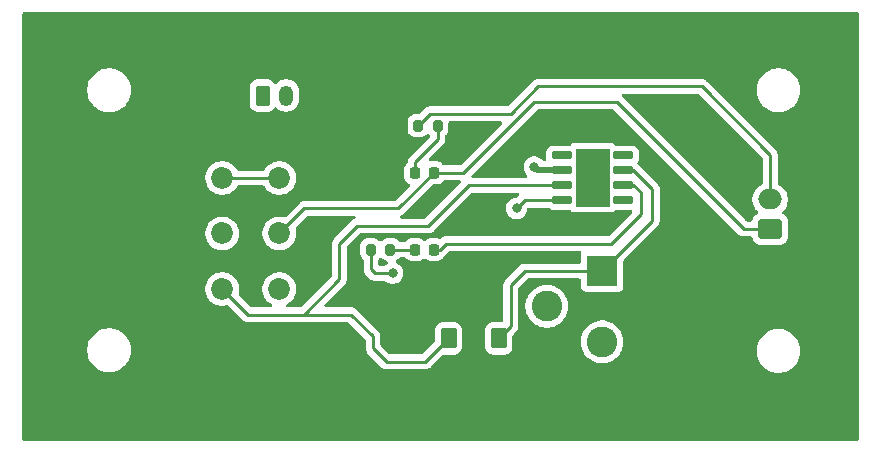
<source format=gtl>
%TF.GenerationSoftware,KiCad,Pcbnew,9.0.1*%
%TF.CreationDate,2025-06-05T12:59:15-07:00*%
%TF.ProjectId,chop_battery_board,63686f70-5f62-4617-9474-6572795f626f,rev?*%
%TF.SameCoordinates,Original*%
%TF.FileFunction,Copper,L1,Top*%
%TF.FilePolarity,Positive*%
%FSLAX46Y46*%
G04 Gerber Fmt 4.6, Leading zero omitted, Abs format (unit mm)*
G04 Created by KiCad (PCBNEW 9.0.1) date 2025-06-05 12:59:15*
%MOMM*%
%LPD*%
G01*
G04 APERTURE LIST*
G04 Aperture macros list*
%AMRoundRect*
0 Rectangle with rounded corners*
0 $1 Rounding radius*
0 $2 $3 $4 $5 $6 $7 $8 $9 X,Y pos of 4 corners*
0 Add a 4 corners polygon primitive as box body*
4,1,4,$2,$3,$4,$5,$6,$7,$8,$9,$2,$3,0*
0 Add four circle primitives for the rounded corners*
1,1,$1+$1,$2,$3*
1,1,$1+$1,$4,$5*
1,1,$1+$1,$6,$7*
1,1,$1+$1,$8,$9*
0 Add four rect primitives between the rounded corners*
20,1,$1+$1,$2,$3,$4,$5,0*
20,1,$1+$1,$4,$5,$6,$7,0*
20,1,$1+$1,$6,$7,$8,$9,0*
20,1,$1+$1,$8,$9,$2,$3,0*%
G04 Aperture macros list end*
%TA.AperFunction,SMDPad,CuDef*%
%ADD10RoundRect,0.218750X-0.218750X-0.256250X0.218750X-0.256250X0.218750X0.256250X-0.218750X0.256250X0*%
%TD*%
%TA.AperFunction,SMDPad,CuDef*%
%ADD11RoundRect,0.200000X-0.200000X-0.275000X0.200000X-0.275000X0.200000X0.275000X-0.200000X0.275000X0*%
%TD*%
%TA.AperFunction,SMDPad,CuDef*%
%ADD12RoundRect,0.150000X-0.737500X-0.150000X0.737500X-0.150000X0.737500X0.150000X-0.737500X0.150000X0*%
%TD*%
%TA.AperFunction,HeatsinkPad*%
%ADD13R,2.950000X4.900000*%
%TD*%
%TA.AperFunction,SMDPad,CuDef*%
%ADD14RoundRect,0.180556X-0.469444X-0.699444X0.469444X-0.699444X0.469444X0.699444X-0.469444X0.699444X0*%
%TD*%
%TA.AperFunction,ComponentPad*%
%ADD15C,1.850000*%
%TD*%
%TA.AperFunction,ComponentPad*%
%ADD16R,2.600000X2.600000*%
%TD*%
%TA.AperFunction,ComponentPad*%
%ADD17C,2.600000*%
%TD*%
%TA.AperFunction,ComponentPad*%
%ADD18RoundRect,0.250000X0.750000X-0.600000X0.750000X0.600000X-0.750000X0.600000X-0.750000X-0.600000X0*%
%TD*%
%TA.AperFunction,ComponentPad*%
%ADD19O,2.000000X1.700000*%
%TD*%
%TA.AperFunction,ComponentPad*%
%ADD20RoundRect,0.250000X-0.350000X-0.625000X0.350000X-0.625000X0.350000X0.625000X-0.350000X0.625000X0*%
%TD*%
%TA.AperFunction,ComponentPad*%
%ADD21O,1.200000X1.750000*%
%TD*%
%TA.AperFunction,ViaPad*%
%ADD22C,0.800000*%
%TD*%
%TA.AperFunction,Conductor*%
%ADD23C,0.250000*%
%TD*%
%TA.AperFunction,Conductor*%
%ADD24C,0.500000*%
%TD*%
G04 APERTURE END LIST*
D10*
%TO.P,D2,1,K*%
%TO.N,Net-(D2-K)*%
X173425000Y-117000000D03*
%TO.P,D2,2,A*%
%TO.N,Net-(D2-A)*%
X175000000Y-117000000D03*
%TD*%
%TO.P,D3,1,K*%
%TO.N,Net-(D3-K)*%
X173425000Y-123500000D03*
%TO.P,D3,2,A*%
%TO.N,Net-(D3-A)*%
X175000000Y-123500000D03*
%TD*%
D11*
%TO.P,R4,1*%
%TO.N,GND*%
X169675000Y-123500000D03*
%TO.P,R4,2*%
%TO.N,Net-(D3-K)*%
X171325000Y-123500000D03*
%TD*%
%TO.P,R3,1*%
%TO.N,GND*%
X173675000Y-113000000D03*
%TO.P,R3,2*%
%TO.N,Net-(D2-K)*%
X175325000Y-113000000D03*
%TD*%
D12*
%TO.P,U1,1,OFFSET_N1*%
%TO.N,unconnected-(U1-OFFSET_N1-Pad1)*%
X185875000Y-115500000D03*
%TO.P,U1,2,IN-*%
%TO.N,Net-(J13-Pin_2)*%
X185875000Y-116770000D03*
%TO.P,U1,3,IN+*%
%TO.N,Net-(U1-IN+)*%
X185875000Y-118040000D03*
%TO.P,U1,4,VCC-*%
%TO.N,GND*%
X185875000Y-119310000D03*
%TO.P,U1,5,OFFSET_N2*%
%TO.N,unconnected-(U1-OFFSET_N2-Pad5)*%
X191000000Y-119310000D03*
%TO.P,U1,6,OUT*%
%TO.N,Net-(D3-A)*%
X191000000Y-118040000D03*
%TO.P,U1,7,VCC+*%
%TO.N,/ChargerVoltage*%
X191000000Y-116770000D03*
%TO.P,U1,8,NC*%
%TO.N,unconnected-(U1-NC-Pad8)*%
X191000000Y-115500000D03*
D13*
%TO.P,U1,9*%
%TO.N,N/C*%
X188437500Y-117405000D03*
%TD*%
D14*
%TO.P,D1,1*%
%TO.N,Net-(U1-IN+)*%
X176240000Y-131000000D03*
%TO.P,D1,2*%
%TO.N,/ChargerVoltage*%
X180500000Y-131000000D03*
%TD*%
D15*
%TO.P,SW1,1,A*%
%TO.N,Net-(SW1-A-Pad1)*%
X157085000Y-117429706D03*
%TO.P,SW1,2,B*%
%TO.N,Net-(J13-Pin_2)*%
X157085000Y-122129706D03*
%TO.P,SW1,3,C*%
%TO.N,Net-(U1-IN+)*%
X157085000Y-126829706D03*
%TO.P,SW1,4,A*%
%TO.N,GND*%
X161915000Y-126829706D03*
%TO.P,SW1,5,B*%
%TO.N,Net-(D2-A)*%
X161915000Y-122129706D03*
%TO.P,SW1,6,C*%
%TO.N,Net-(SW1-A-Pad1)*%
X161915000Y-117429706D03*
%TD*%
D16*
%TO.P,J1,1*%
%TO.N,/ChargerVoltage*%
X189250000Y-125300000D03*
D17*
%TO.P,J1,2*%
%TO.N,GND*%
X189250000Y-131300000D03*
%TO.P,J1,3*%
%TO.N,N/C*%
X184550000Y-128300000D03*
%TD*%
D18*
%TO.P,J14,1,Pin_1*%
%TO.N,Net-(D2-A)*%
X203467500Y-121750000D03*
D19*
%TO.P,J14,2,Pin_2*%
%TO.N,GND*%
X203467500Y-119250000D03*
%TD*%
D20*
%TO.P,J13,1,Pin_1*%
%TO.N,GND*%
X160500000Y-110450000D03*
D21*
%TO.P,J13,2,Pin_2*%
%TO.N,Net-(J13-Pin_2)*%
X162500000Y-110450000D03*
%TD*%
D22*
%TO.N,GND*%
X182000000Y-120000000D03*
X171500000Y-125500000D03*
%TO.N,Net-(J13-Pin_2)*%
X183500000Y-116500000D03*
%TD*%
D23*
%TO.N,GND*%
X169675000Y-125175000D02*
X169675000Y-123500000D01*
X182690000Y-119310000D02*
X185875000Y-119310000D01*
X171500000Y-125500000D02*
X170000000Y-125500000D01*
X170000000Y-125500000D02*
X169675000Y-125175000D01*
X182000000Y-120000000D02*
X182690000Y-119310000D01*
D24*
%TO.N,Net-(J13-Pin_2)*%
X183770000Y-116770000D02*
X183500000Y-116500000D01*
X185875000Y-116770000D02*
X183770000Y-116770000D01*
D23*
%TO.N,Net-(D2-K)*%
X175325000Y-114175000D02*
X175325000Y-113000000D01*
X173425000Y-117000000D02*
X173425000Y-116075000D01*
X173425000Y-116075000D02*
X175325000Y-114175000D01*
%TO.N,Net-(D2-A)*%
X172000000Y-120000000D02*
X164044706Y-120000000D01*
X164044706Y-120000000D02*
X161915000Y-122129706D01*
X175000000Y-117000000D02*
X172000000Y-120000000D01*
%TO.N,Net-(D3-A)*%
X190000000Y-123000000D02*
X176000000Y-123000000D01*
X192500000Y-120500000D02*
X190000000Y-123000000D01*
X175500000Y-123500000D02*
X175000000Y-123500000D01*
X191000000Y-118040000D02*
X191887499Y-118040000D01*
X176000000Y-123000000D02*
X175500000Y-123500000D01*
X192500000Y-118652501D02*
X192500000Y-120500000D01*
X191887499Y-118040000D02*
X192500000Y-118652501D01*
%TO.N,Net-(SW1-A-Pad1)*%
X157085000Y-117429706D02*
X161915000Y-117429706D01*
%TO.N,/ChargerVoltage*%
X193500000Y-118382501D02*
X191887499Y-116770000D01*
X189250000Y-125300000D02*
X193500000Y-121050000D01*
X193500000Y-121050000D02*
X193500000Y-118382501D01*
X191887499Y-116770000D02*
X191000000Y-116770000D01*
X181500000Y-126500000D02*
X182700000Y-125300000D01*
X180500000Y-131000000D02*
X181500000Y-130000000D01*
X181500000Y-130000000D02*
X181500000Y-126500000D01*
X182700000Y-125300000D02*
X189250000Y-125300000D01*
%TO.N,Net-(D3-K)*%
X173425000Y-123500000D02*
X171325000Y-123500000D01*
%TO.N,Net-(U1-IN+)*%
X167000000Y-123000000D02*
X167000000Y-126000000D01*
X167000000Y-126000000D02*
X164000000Y-129000000D01*
X171000000Y-133000000D02*
X169850000Y-131850000D01*
X174500000Y-121500000D02*
X168500000Y-121500000D01*
X185875000Y-118040000D02*
X177960000Y-118040000D01*
X168500000Y-121500000D02*
X167000000Y-123000000D01*
X169850000Y-130850000D02*
X169850000Y-131850000D01*
X159255294Y-129000000D02*
X164000000Y-129000000D01*
X164000000Y-129000000D02*
X168000000Y-129000000D01*
X157085000Y-126829706D02*
X159255294Y-129000000D01*
X174240000Y-133000000D02*
X171000000Y-133000000D01*
X168000000Y-129000000D02*
X169850000Y-130850000D01*
X177960000Y-118040000D02*
X174500000Y-121500000D01*
X176240000Y-131000000D02*
X174240000Y-133000000D01*
%TO.N,Net-(D2-A)*%
X175000000Y-117000000D02*
X177500000Y-117000000D01*
X201250000Y-121750000D02*
X203016500Y-121750000D01*
X177500000Y-117000000D02*
X183500000Y-111000000D01*
X183500000Y-111000000D02*
X190500000Y-111000000D01*
X190500000Y-111000000D02*
X201250000Y-121750000D01*
%TO.N,GND*%
X173675000Y-113000000D02*
X174675000Y-112000000D01*
X174675000Y-112000000D02*
X181500000Y-112000000D01*
X181500000Y-112000000D02*
X183826000Y-109674000D01*
X183826000Y-109674000D02*
X197674000Y-109674000D01*
X197674000Y-109674000D02*
X203467500Y-115467500D01*
X203467500Y-115467500D02*
X203467500Y-119250000D01*
%TD*%
%TA.AperFunction,NonConductor*%
G36*
X210948408Y-103420233D02*
G01*
X211002946Y-103474771D01*
X211022908Y-103549271D01*
X211022908Y-139530271D01*
X211002946Y-139604771D01*
X210948408Y-139659309D01*
X210873908Y-139679271D01*
X140316908Y-139679271D01*
X140242408Y-139659309D01*
X140187870Y-139604771D01*
X140167908Y-139530271D01*
X140167908Y-131878706D01*
X145649500Y-131878706D01*
X145649500Y-132121293D01*
X145681160Y-132361781D01*
X145681161Y-132361787D01*
X145681162Y-132361789D01*
X145686175Y-132380499D01*
X145743947Y-132596103D01*
X145836778Y-132820216D01*
X145893398Y-132918284D01*
X145958064Y-133030289D01*
X146105735Y-133222738D01*
X146277262Y-133394265D01*
X146469711Y-133541936D01*
X146679788Y-133663224D01*
X146903900Y-133756054D01*
X147138211Y-133818838D01*
X147138217Y-133818838D01*
X147138218Y-133818839D01*
X147203600Y-133827446D01*
X147378712Y-133850500D01*
X147621288Y-133850500D01*
X147861789Y-133818838D01*
X148096100Y-133756054D01*
X148320212Y-133663224D01*
X148530289Y-133541936D01*
X148722738Y-133394265D01*
X148894265Y-133222738D01*
X149041936Y-133030289D01*
X149163224Y-132820212D01*
X149256054Y-132596100D01*
X149318838Y-132361789D01*
X149350500Y-132121288D01*
X149350500Y-131878712D01*
X149318838Y-131638211D01*
X149256054Y-131403900D01*
X149163224Y-131179788D01*
X149041936Y-130969711D01*
X148894265Y-130777262D01*
X148722738Y-130605735D01*
X148530289Y-130458064D01*
X148458776Y-130416776D01*
X148320216Y-130336778D01*
X148320214Y-130336777D01*
X148320212Y-130336776D01*
X148188932Y-130282398D01*
X148096103Y-130243947D01*
X148096101Y-130243946D01*
X148096100Y-130243946D01*
X147861789Y-130181162D01*
X147861787Y-130181161D01*
X147861781Y-130181160D01*
X147621293Y-130149500D01*
X147621288Y-130149500D01*
X147378712Y-130149500D01*
X147378706Y-130149500D01*
X147138218Y-130181160D01*
X146903896Y-130243947D01*
X146679783Y-130336778D01*
X146469712Y-130458063D01*
X146469711Y-130458064D01*
X146277262Y-130605735D01*
X146277260Y-130605736D01*
X146277256Y-130605740D01*
X146105740Y-130777256D01*
X146105736Y-130777260D01*
X146105735Y-130777262D01*
X146044354Y-130857256D01*
X145958063Y-130969712D01*
X145836778Y-131179783D01*
X145743947Y-131403896D01*
X145681160Y-131638218D01*
X145649500Y-131878706D01*
X140167908Y-131878706D01*
X140167908Y-126717517D01*
X155659500Y-126717517D01*
X155659500Y-126941895D01*
X155694600Y-127163511D01*
X155717712Y-127234643D01*
X155763937Y-127376910D01*
X155827646Y-127501943D01*
X155865803Y-127576831D01*
X155997689Y-127758357D01*
X156156349Y-127917017D01*
X156337875Y-128048903D01*
X156423910Y-128092740D01*
X156537795Y-128150768D01*
X156537797Y-128150768D01*
X156537798Y-128150769D01*
X156751195Y-128220106D01*
X156972811Y-128255206D01*
X156972816Y-128255206D01*
X157197184Y-128255206D01*
X157197189Y-128255206D01*
X157418805Y-128220106D01*
X157461786Y-128206139D01*
X157538808Y-128202101D01*
X157607530Y-128237115D01*
X157613191Y-128242487D01*
X158765690Y-129394986D01*
X158765697Y-129394994D01*
X158769436Y-129398733D01*
X158856561Y-129485858D01*
X158856564Y-129485860D01*
X158959000Y-129554306D01*
X158959004Y-129554308D01*
X158959008Y-129554311D01*
X158959009Y-129554311D01*
X158959012Y-129554313D01*
X158989716Y-129567030D01*
X159072842Y-129601463D01*
X159133265Y-129613481D01*
X159193687Y-129625500D01*
X159193688Y-129625500D01*
X163938393Y-129625500D01*
X163938394Y-129625500D01*
X167679192Y-129625500D01*
X167753692Y-129645462D01*
X167784551Y-129669141D01*
X169180859Y-131065449D01*
X169219423Y-131132244D01*
X169224500Y-131170808D01*
X169224500Y-131911607D01*
X169248536Y-132032449D01*
X169248539Y-132032458D01*
X169295686Y-132146281D01*
X169295691Y-132146292D01*
X169324511Y-132189422D01*
X169329915Y-132197509D01*
X169364142Y-132248733D01*
X169451267Y-132335858D01*
X169451269Y-132335859D01*
X170601267Y-133485858D01*
X170601270Y-133485860D01*
X170703711Y-133554310D01*
X170703713Y-133554311D01*
X170703715Y-133554312D01*
X170770397Y-133581932D01*
X170817548Y-133601463D01*
X170837597Y-133605451D01*
X170938394Y-133625501D01*
X170938395Y-133625501D01*
X171068956Y-133625501D01*
X171068976Y-133625500D01*
X174301603Y-133625500D01*
X174301607Y-133625500D01*
X174362029Y-133613481D01*
X174422452Y-133601463D01*
X174455792Y-133587652D01*
X174536286Y-133554312D01*
X174587505Y-133520087D01*
X174587509Y-133520085D01*
X174638727Y-133485862D01*
X174638730Y-133485860D01*
X174638733Y-133485858D01*
X174725858Y-133398733D01*
X174725858Y-133398731D01*
X174734344Y-133390246D01*
X174734350Y-133390239D01*
X175700449Y-132424140D01*
X175767244Y-132385576D01*
X175805808Y-132380499D01*
X176764479Y-132380499D01*
X176764486Y-132380499D01*
X176833109Y-132374264D01*
X176833114Y-132374262D01*
X176833116Y-132374262D01*
X176896412Y-132354538D01*
X176991011Y-132325060D01*
X177132549Y-132239498D01*
X177249498Y-132122549D01*
X177335060Y-131981011D01*
X177384264Y-131823109D01*
X177390500Y-131754487D01*
X177390499Y-130245514D01*
X177384264Y-130176891D01*
X177378325Y-130157833D01*
X177335062Y-130018996D01*
X177335060Y-130018989D01*
X177249498Y-129877451D01*
X177132549Y-129760502D01*
X176991011Y-129674940D01*
X176991003Y-129674937D01*
X176991002Y-129674937D01*
X176833113Y-129625736D01*
X176808155Y-129623468D01*
X176764487Y-129619500D01*
X176764480Y-129619500D01*
X175715519Y-129619500D01*
X175646890Y-129625736D01*
X175646883Y-129625737D01*
X175488996Y-129674937D01*
X175488991Y-129674939D01*
X175488989Y-129674940D01*
X175488986Y-129674942D01*
X175347450Y-129760502D01*
X175230502Y-129877450D01*
X175190630Y-129943408D01*
X175144940Y-130018989D01*
X175144938Y-130018993D01*
X175144937Y-130018997D01*
X175095736Y-130176886D01*
X175095230Y-130182460D01*
X175089643Y-130243947D01*
X175089500Y-130245516D01*
X175089500Y-131204191D01*
X175069538Y-131278691D01*
X175045859Y-131309550D01*
X174024551Y-132330859D01*
X173957756Y-132369423D01*
X173919192Y-132374500D01*
X171320809Y-132374500D01*
X171246309Y-132354538D01*
X171215450Y-132330859D01*
X170519141Y-131634550D01*
X170480577Y-131567755D01*
X170475500Y-131529191D01*
X170475500Y-130788393D01*
X170461897Y-130720007D01*
X170451463Y-130667548D01*
X170425859Y-130605735D01*
X170404312Y-130553714D01*
X170358971Y-130485858D01*
X170335858Y-130451267D01*
X170248733Y-130364142D01*
X170245001Y-130360410D01*
X170244986Y-130360396D01*
X168489539Y-128604949D01*
X168485860Y-128601270D01*
X168485858Y-128601267D01*
X168398733Y-128514142D01*
X168347509Y-128479915D01*
X168339660Y-128474670D01*
X168296290Y-128445690D01*
X168296287Y-128445688D01*
X168262946Y-128431878D01*
X168215792Y-128412347D01*
X168182452Y-128398537D01*
X168182450Y-128398536D01*
X168122029Y-128386518D01*
X168122029Y-128386517D01*
X168061608Y-128374500D01*
X168061607Y-128374500D01*
X168061606Y-128374500D01*
X165869808Y-128374500D01*
X165795308Y-128354538D01*
X165740770Y-128300000D01*
X165720808Y-128225500D01*
X165740770Y-128151000D01*
X165764449Y-128120141D01*
X166382647Y-127501943D01*
X167485858Y-126398733D01*
X167554312Y-126296285D01*
X167594416Y-126199464D01*
X167601463Y-126182452D01*
X167613731Y-126120775D01*
X167625501Y-126061606D01*
X167625501Y-125938393D01*
X167625501Y-125932251D01*
X167625500Y-125932225D01*
X167625500Y-123320808D01*
X167645462Y-123246308D01*
X167669141Y-123215449D01*
X168715450Y-122169141D01*
X168782245Y-122130577D01*
X168820809Y-122125500D01*
X174561603Y-122125500D01*
X174561607Y-122125500D01*
X174622029Y-122113481D01*
X174682452Y-122101463D01*
X174715792Y-122087652D01*
X174778857Y-122061530D01*
X174796277Y-122054316D01*
X174796278Y-122054315D01*
X174796286Y-122054312D01*
X174851352Y-122017517D01*
X174898733Y-121985858D01*
X174985858Y-121898733D01*
X174985859Y-121898731D01*
X174994344Y-121890246D01*
X174994349Y-121890239D01*
X178175449Y-118709141D01*
X178242244Y-118670577D01*
X178280808Y-118665500D01*
X182090191Y-118665500D01*
X182109139Y-118670577D01*
X182128755Y-118670577D01*
X182145742Y-118680384D01*
X182164691Y-118685462D01*
X182178562Y-118699333D01*
X182195550Y-118709141D01*
X182205357Y-118726128D01*
X182219229Y-118740000D01*
X182224306Y-118758948D01*
X182234114Y-118775936D01*
X182234114Y-118795552D01*
X182239191Y-118814500D01*
X182234114Y-118833447D01*
X182234114Y-118853064D01*
X182224306Y-118870051D01*
X182219229Y-118889000D01*
X182195550Y-118919859D01*
X182059550Y-119055859D01*
X181992755Y-119094423D01*
X181954191Y-119099500D01*
X181911309Y-119099500D01*
X181737336Y-119134105D01*
X181737332Y-119134106D01*
X181573453Y-119201986D01*
X181573451Y-119201987D01*
X181425968Y-119300533D01*
X181425963Y-119300537D01*
X181300537Y-119425963D01*
X181300533Y-119425968D01*
X181201987Y-119573451D01*
X181201986Y-119573453D01*
X181134106Y-119737332D01*
X181134105Y-119737336D01*
X181099500Y-119911308D01*
X181099500Y-120088691D01*
X181134105Y-120262663D01*
X181134106Y-120262667D01*
X181201986Y-120426546D01*
X181201987Y-120426548D01*
X181287357Y-120554312D01*
X181300536Y-120574035D01*
X181425965Y-120699464D01*
X181425968Y-120699466D01*
X181573451Y-120798012D01*
X181573453Y-120798013D01*
X181737334Y-120865894D01*
X181911309Y-120900500D01*
X182088691Y-120900500D01*
X182262666Y-120865894D01*
X182426547Y-120798013D01*
X182574035Y-120699464D01*
X182699464Y-120574035D01*
X182798013Y-120426547D01*
X182865894Y-120262666D01*
X182900500Y-120088691D01*
X182900500Y-120084500D01*
X182901153Y-120082061D01*
X182901218Y-120081406D01*
X182901326Y-120081416D01*
X182920462Y-120010000D01*
X182975000Y-119955462D01*
X183049500Y-119935500D01*
X184631336Y-119935500D01*
X184705836Y-119955462D01*
X184728078Y-119972529D01*
X184728229Y-119972336D01*
X184735631Y-119978077D01*
X184735635Y-119978081D01*
X184877102Y-120061744D01*
X185034928Y-120107597D01*
X185034927Y-120107597D01*
X185034931Y-120107598D01*
X185071806Y-120110500D01*
X186453979Y-120110500D01*
X186528479Y-120130462D01*
X186573259Y-120170207D01*
X186604952Y-120212544D01*
X186604955Y-120212547D01*
X186720166Y-120298795D01*
X186720170Y-120298797D01*
X186855017Y-120349091D01*
X186914614Y-120355499D01*
X186914618Y-120355499D01*
X186914627Y-120355500D01*
X189960372Y-120355499D01*
X190019983Y-120349091D01*
X190116644Y-120313039D01*
X190154829Y-120298797D01*
X190154833Y-120298795D01*
X190225031Y-120246244D01*
X190270046Y-120212546D01*
X190301741Y-120170206D01*
X190362367Y-120122530D01*
X190421021Y-120110500D01*
X191645192Y-120110500D01*
X191719692Y-120130462D01*
X191774230Y-120185000D01*
X191794192Y-120259500D01*
X191774230Y-120334000D01*
X191750551Y-120364859D01*
X189784551Y-122330859D01*
X189717756Y-122369423D01*
X189679192Y-122374500D01*
X175938392Y-122374500D01*
X175877970Y-122386517D01*
X175877971Y-122386518D01*
X175817548Y-122398536D01*
X175817546Y-122398537D01*
X175773809Y-122416653D01*
X175773796Y-122416658D01*
X175770397Y-122418067D01*
X175703715Y-122445688D01*
X175703714Y-122445689D01*
X175682402Y-122459929D01*
X175682394Y-122459933D01*
X175618244Y-122502798D01*
X175601267Y-122514142D01*
X175601264Y-122514145D01*
X175592152Y-122523257D01*
X175525356Y-122561818D01*
X175448228Y-122561816D01*
X175439930Y-122559331D01*
X175365189Y-122534565D01*
X175365187Y-122534564D01*
X175329457Y-122530914D01*
X175266674Y-122524500D01*
X174733326Y-122524500D01*
X174670543Y-122530914D01*
X174634813Y-122534564D01*
X174475213Y-122587451D01*
X174475212Y-122587451D01*
X174332108Y-122675719D01*
X174317856Y-122689971D01*
X174251061Y-122728534D01*
X174173932Y-122728532D01*
X174107144Y-122689971D01*
X174092892Y-122675720D01*
X174092891Y-122675719D01*
X173949787Y-122587451D01*
X173790186Y-122534564D01*
X173790187Y-122534564D01*
X173754457Y-122530914D01*
X173691674Y-122524500D01*
X173158326Y-122524500D01*
X173095543Y-122530914D01*
X173059813Y-122534564D01*
X172900213Y-122587451D01*
X172900212Y-122587451D01*
X172757110Y-122675718D01*
X172638218Y-122794609D01*
X172632597Y-122803723D01*
X172606075Y-122828744D01*
X172580282Y-122854538D01*
X172578122Y-122855116D01*
X172576496Y-122856651D01*
X172505782Y-122874500D01*
X172215702Y-122874500D01*
X172141202Y-122854538D01*
X172088190Y-122802582D01*
X172080472Y-122789815D01*
X171960184Y-122669527D01*
X171847271Y-122601269D01*
X171814606Y-122581522D01*
X171751372Y-122561818D01*
X171652196Y-122530914D01*
X171581616Y-122524500D01*
X171068384Y-122524500D01*
X171006626Y-122530112D01*
X170997803Y-122530914D01*
X170835396Y-122581521D01*
X170835394Y-122581521D01*
X170835394Y-122581522D01*
X170812516Y-122595352D01*
X170689815Y-122669527D01*
X170605359Y-122753984D01*
X170538564Y-122792548D01*
X170461436Y-122792548D01*
X170394641Y-122753984D01*
X170310184Y-122669527D01*
X170197271Y-122601269D01*
X170164606Y-122581522D01*
X170101372Y-122561818D01*
X170002196Y-122530914D01*
X169931616Y-122524500D01*
X169418384Y-122524500D01*
X169356626Y-122530112D01*
X169347803Y-122530914D01*
X169185396Y-122581521D01*
X169185394Y-122581521D01*
X169185394Y-122581522D01*
X169162516Y-122595352D01*
X169039815Y-122669527D01*
X168919527Y-122789815D01*
X168831524Y-122935391D01*
X168831521Y-122935396D01*
X168783346Y-123089998D01*
X168780914Y-123097804D01*
X168774500Y-123168384D01*
X168774500Y-123831616D01*
X168780914Y-123902196D01*
X168831522Y-124064606D01*
X168890192Y-124161658D01*
X168919527Y-124210184D01*
X169005859Y-124296516D01*
X169044423Y-124363311D01*
X169049500Y-124401875D01*
X169049500Y-125236607D01*
X169073536Y-125357449D01*
X169073539Y-125357458D01*
X169120686Y-125471281D01*
X169120691Y-125471292D01*
X169149511Y-125514422D01*
X169154915Y-125522509D01*
X169189142Y-125573733D01*
X169276267Y-125660858D01*
X169276269Y-125660859D01*
X169288244Y-125672834D01*
X169288251Y-125672842D01*
X169516462Y-125901053D01*
X169601266Y-125985857D01*
X169703714Y-126054311D01*
X169817548Y-126101463D01*
X169938393Y-126125500D01*
X169938394Y-126125500D01*
X170790283Y-126125500D01*
X170864783Y-126145462D01*
X170895642Y-126169141D01*
X170925965Y-126199464D01*
X171073451Y-126298012D01*
X171073453Y-126298013D01*
X171237334Y-126365894D01*
X171411309Y-126400500D01*
X171588691Y-126400500D01*
X171762666Y-126365894D01*
X171926547Y-126298013D01*
X172074035Y-126199464D01*
X172199464Y-126074035D01*
X172298013Y-125926547D01*
X172365894Y-125762666D01*
X172400500Y-125588691D01*
X172400500Y-125411309D01*
X172365894Y-125237334D01*
X172298013Y-125073453D01*
X172199464Y-124925965D01*
X172074035Y-124800536D01*
X172073233Y-124800000D01*
X171926548Y-124701987D01*
X171926545Y-124701986D01*
X171854024Y-124671947D01*
X171792834Y-124624995D01*
X171763318Y-124553738D01*
X171773385Y-124477270D01*
X171820337Y-124416080D01*
X171833946Y-124406786D01*
X171960185Y-124330472D01*
X172080472Y-124210185D01*
X172088190Y-124197418D01*
X172114938Y-124171725D01*
X172141202Y-124145462D01*
X172142699Y-124145060D01*
X172143815Y-124143989D01*
X172215702Y-124125500D01*
X172505782Y-124125500D01*
X172580282Y-124145462D01*
X172632597Y-124196277D01*
X172638217Y-124205389D01*
X172638219Y-124205391D01*
X172757109Y-124324281D01*
X172900213Y-124412549D01*
X173059815Y-124465436D01*
X173158326Y-124475500D01*
X173158330Y-124475500D01*
X173691670Y-124475500D01*
X173691674Y-124475500D01*
X173790185Y-124465436D01*
X173949787Y-124412549D01*
X174092891Y-124324281D01*
X174107143Y-124310028D01*
X174173936Y-124271466D01*
X174251064Y-124271466D01*
X174317856Y-124310028D01*
X174332109Y-124324281D01*
X174475213Y-124412549D01*
X174634815Y-124465436D01*
X174733326Y-124475500D01*
X174733330Y-124475500D01*
X175266670Y-124475500D01*
X175266674Y-124475500D01*
X175365185Y-124465436D01*
X175524787Y-124412549D01*
X175667891Y-124324281D01*
X175786781Y-124205391D01*
X175875049Y-124062287D01*
X175890080Y-124016923D01*
X175926157Y-123958434D01*
X175926157Y-123958433D01*
X175926159Y-123958431D01*
X175932476Y-123952114D01*
X175985858Y-123898733D01*
X175985860Y-123898729D01*
X176000130Y-123884458D01*
X176215450Y-123669141D01*
X176282245Y-123630577D01*
X176320808Y-123625500D01*
X187340900Y-123625500D01*
X187415400Y-123645462D01*
X187469938Y-123700000D01*
X187489900Y-123774500D01*
X187480506Y-123826568D01*
X187478624Y-123831616D01*
X187455908Y-123892519D01*
X187449500Y-123952114D01*
X187449500Y-124525500D01*
X187429538Y-124600000D01*
X187375000Y-124654538D01*
X187300500Y-124674500D01*
X182638392Y-124674500D01*
X182577970Y-124686517D01*
X182577971Y-124686518D01*
X182517549Y-124698536D01*
X182517547Y-124698537D01*
X182403718Y-124745686D01*
X182403706Y-124745693D01*
X182301270Y-124814139D01*
X182301263Y-124814145D01*
X181014145Y-126101263D01*
X181014139Y-126101270D01*
X180983438Y-126147218D01*
X180945690Y-126203709D01*
X180945685Y-126203718D01*
X180915998Y-126275391D01*
X180915998Y-126275394D01*
X180907344Y-126296288D01*
X180898536Y-126317551D01*
X180874500Y-126438393D01*
X180874500Y-129470500D01*
X180854538Y-129545000D01*
X180800000Y-129599538D01*
X180725500Y-129619500D01*
X179975519Y-129619500D01*
X179906890Y-129625736D01*
X179906883Y-129625737D01*
X179748996Y-129674937D01*
X179748991Y-129674939D01*
X179748989Y-129674940D01*
X179748986Y-129674942D01*
X179607450Y-129760502D01*
X179490502Y-129877450D01*
X179450630Y-129943408D01*
X179404940Y-130018989D01*
X179404938Y-130018993D01*
X179404937Y-130018997D01*
X179355736Y-130176886D01*
X179355230Y-130182460D01*
X179349643Y-130243947D01*
X179349500Y-130245516D01*
X179349500Y-131754479D01*
X179355736Y-131823109D01*
X179355737Y-131823116D01*
X179404937Y-131981003D01*
X179404938Y-131981005D01*
X179404940Y-131981011D01*
X179490502Y-132122549D01*
X179607451Y-132239498D01*
X179748989Y-132325060D01*
X179822096Y-132347841D01*
X179906886Y-132374263D01*
X179906888Y-132374263D01*
X179906891Y-132374264D01*
X179975513Y-132380500D01*
X181024486Y-132380499D01*
X181093109Y-132374264D01*
X181093114Y-132374262D01*
X181093116Y-132374262D01*
X181156412Y-132354538D01*
X181251011Y-132325060D01*
X181392549Y-132239498D01*
X181509498Y-132122549D01*
X181595060Y-131981011D01*
X181644264Y-131823109D01*
X181650500Y-131754487D01*
X181650499Y-131181983D01*
X187449500Y-131181983D01*
X187449500Y-131418016D01*
X187480305Y-131652006D01*
X187480306Y-131652012D01*
X187480307Y-131652014D01*
X187507764Y-131754486D01*
X187541395Y-131879996D01*
X187631719Y-132098056D01*
X187718713Y-132248733D01*
X187749727Y-132302450D01*
X187893408Y-132489699D01*
X188060301Y-132656592D01*
X188247550Y-132800273D01*
X188346205Y-132857231D01*
X188451943Y-132918280D01*
X188451946Y-132918281D01*
X188451951Y-132918284D01*
X188670007Y-133008606D01*
X188897986Y-133069693D01*
X188897992Y-133069693D01*
X188897993Y-133069694D01*
X188961603Y-133078068D01*
X189131989Y-133100500D01*
X189368011Y-133100500D01*
X189602014Y-133069693D01*
X189829993Y-133008606D01*
X190048049Y-132918284D01*
X190252450Y-132800273D01*
X190439699Y-132656592D01*
X190606592Y-132489699D01*
X190750273Y-132302450D01*
X190868284Y-132098049D01*
X190926002Y-131958706D01*
X202323500Y-131958706D01*
X202323500Y-132201293D01*
X202355160Y-132441781D01*
X202417947Y-132676103D01*
X202510778Y-132900216D01*
X202521210Y-132918284D01*
X202632064Y-133110289D01*
X202779735Y-133302738D01*
X202951262Y-133474265D01*
X203143711Y-133621936D01*
X203353788Y-133743224D01*
X203577900Y-133836054D01*
X203812211Y-133898838D01*
X203812217Y-133898838D01*
X203812218Y-133898839D01*
X203877600Y-133907446D01*
X204052712Y-133930500D01*
X204295288Y-133930500D01*
X204535789Y-133898838D01*
X204770100Y-133836054D01*
X204994212Y-133743224D01*
X205204289Y-133621936D01*
X205396738Y-133474265D01*
X205568265Y-133302738D01*
X205715936Y-133110289D01*
X205837224Y-132900212D01*
X205930054Y-132676100D01*
X205992838Y-132441789D01*
X206024500Y-132201288D01*
X206024500Y-131958712D01*
X205992838Y-131718211D01*
X205930054Y-131483900D01*
X205837224Y-131259788D01*
X205715936Y-131049711D01*
X205568265Y-130857262D01*
X205396738Y-130685735D01*
X205204289Y-130538064D01*
X205053952Y-130451267D01*
X204994216Y-130416778D01*
X204994214Y-130416777D01*
X204994212Y-130416776D01*
X204858098Y-130360396D01*
X204770103Y-130323947D01*
X204770101Y-130323946D01*
X204770100Y-130323946D01*
X204535789Y-130261162D01*
X204535787Y-130261161D01*
X204535781Y-130261160D01*
X204295293Y-130229500D01*
X204295288Y-130229500D01*
X204052712Y-130229500D01*
X204052706Y-130229500D01*
X203812218Y-130261160D01*
X203577896Y-130323947D01*
X203353783Y-130416778D01*
X203143712Y-130538063D01*
X203143711Y-130538064D01*
X202951262Y-130685735D01*
X202951260Y-130685736D01*
X202951256Y-130685740D01*
X202779740Y-130857256D01*
X202632063Y-131049712D01*
X202510778Y-131259783D01*
X202417947Y-131483896D01*
X202355160Y-131718218D01*
X202323500Y-131958706D01*
X190926002Y-131958706D01*
X190958606Y-131879993D01*
X191019693Y-131652014D01*
X191050500Y-131418011D01*
X191050500Y-131181989D01*
X191019693Y-130947986D01*
X190958606Y-130720007D01*
X190868284Y-130501951D01*
X190868281Y-130501946D01*
X190868280Y-130501943D01*
X190765513Y-130323947D01*
X190750273Y-130297550D01*
X190606592Y-130110301D01*
X190439699Y-129943408D01*
X190252450Y-129799727D01*
X190226013Y-129784463D01*
X190048056Y-129681719D01*
X189829996Y-129591395D01*
X189829994Y-129591394D01*
X189829993Y-129591394D01*
X189602014Y-129530307D01*
X189602012Y-129530306D01*
X189602006Y-129530305D01*
X189368016Y-129499500D01*
X189368011Y-129499500D01*
X189131989Y-129499500D01*
X189131983Y-129499500D01*
X188897993Y-129530305D01*
X188670003Y-129591395D01*
X188451943Y-129681719D01*
X188247551Y-129799726D01*
X188247550Y-129799727D01*
X188060301Y-129943408D01*
X188060299Y-129943409D01*
X188060295Y-129943413D01*
X187893413Y-130110295D01*
X187893409Y-130110299D01*
X187893408Y-130110301D01*
X187842318Y-130176883D01*
X187749726Y-130297551D01*
X187631719Y-130501943D01*
X187541395Y-130720003D01*
X187480305Y-130947993D01*
X187449500Y-131181983D01*
X181650499Y-131181983D01*
X181650499Y-130795808D01*
X181670461Y-130721309D01*
X181694140Y-130690450D01*
X181778855Y-130605735D01*
X181985858Y-130398733D01*
X182054312Y-130296285D01*
X182084046Y-130224500D01*
X182101463Y-130182452D01*
X182108017Y-130149500D01*
X182125501Y-130061606D01*
X182125501Y-129938393D01*
X182125500Y-129938387D01*
X182125500Y-128181983D01*
X182749500Y-128181983D01*
X182749500Y-128418016D01*
X182780305Y-128652006D01*
X182841395Y-128879996D01*
X182931719Y-129098056D01*
X183034463Y-129276013D01*
X183049727Y-129302450D01*
X183193408Y-129489699D01*
X183360301Y-129656592D01*
X183547550Y-129800273D01*
X183646205Y-129857231D01*
X183751943Y-129918280D01*
X183751946Y-129918281D01*
X183751951Y-129918284D01*
X183970007Y-130008606D01*
X184197986Y-130069693D01*
X184197992Y-130069693D01*
X184197993Y-130069694D01*
X184261603Y-130078068D01*
X184431989Y-130100500D01*
X184668011Y-130100500D01*
X184902014Y-130069693D01*
X185129993Y-130008606D01*
X185348049Y-129918284D01*
X185552450Y-129800273D01*
X185739699Y-129656592D01*
X185906592Y-129489699D01*
X186050273Y-129302450D01*
X186168284Y-129098049D01*
X186258606Y-128879993D01*
X186319693Y-128652014D01*
X186350500Y-128418011D01*
X186350500Y-128181989D01*
X186319693Y-127947986D01*
X186258606Y-127720007D01*
X186168284Y-127501951D01*
X186168281Y-127501946D01*
X186168280Y-127501943D01*
X186107231Y-127396205D01*
X186050273Y-127297550D01*
X185906592Y-127110301D01*
X185739699Y-126943408D01*
X185552450Y-126799727D01*
X185459926Y-126746308D01*
X185348056Y-126681719D01*
X185129996Y-126591395D01*
X185129994Y-126591394D01*
X185129993Y-126591394D01*
X184902014Y-126530307D01*
X184902012Y-126530306D01*
X184902006Y-126530305D01*
X184668016Y-126499500D01*
X184668011Y-126499500D01*
X184431989Y-126499500D01*
X184431983Y-126499500D01*
X184197993Y-126530305D01*
X183970003Y-126591395D01*
X183751943Y-126681719D01*
X183547551Y-126799726D01*
X183492030Y-126842329D01*
X183360301Y-126943408D01*
X183360299Y-126943409D01*
X183360295Y-126943413D01*
X183193413Y-127110295D01*
X183193409Y-127110299D01*
X183193408Y-127110301D01*
X183119599Y-127206491D01*
X183049726Y-127297551D01*
X182931719Y-127501943D01*
X182841395Y-127720003D01*
X182780305Y-127947993D01*
X182749500Y-128181983D01*
X182125500Y-128181983D01*
X182125500Y-126820808D01*
X182145462Y-126746308D01*
X182169141Y-126715449D01*
X182915449Y-125969141D01*
X182982244Y-125930577D01*
X183020808Y-125925500D01*
X187300501Y-125925500D01*
X187375001Y-125945462D01*
X187429539Y-126000000D01*
X187449501Y-126074500D01*
X187449501Y-126647863D01*
X187449502Y-126647888D01*
X187455908Y-126707478D01*
X187455909Y-126707484D01*
X187506202Y-126842329D01*
X187506204Y-126842333D01*
X187592452Y-126957544D01*
X187592455Y-126957547D01*
X187707666Y-127043795D01*
X187707670Y-127043797D01*
X187842517Y-127094091D01*
X187902114Y-127100499D01*
X187902118Y-127100499D01*
X187902127Y-127100500D01*
X190597872Y-127100499D01*
X190657483Y-127094091D01*
X190753447Y-127058298D01*
X190792329Y-127043797D01*
X190792333Y-127043795D01*
X190849938Y-127000671D01*
X190907546Y-126957546D01*
X190993796Y-126842331D01*
X191044091Y-126707483D01*
X191046861Y-126681716D01*
X191050499Y-126647885D01*
X191050499Y-126647882D01*
X191050500Y-126647873D01*
X191050499Y-124445807D01*
X191070461Y-124371308D01*
X191094136Y-124340453D01*
X193985858Y-121448733D01*
X194054312Y-121346285D01*
X194101463Y-121232451D01*
X194125501Y-121111606D01*
X194125501Y-120988393D01*
X194125501Y-120982251D01*
X194125500Y-120982225D01*
X194125500Y-118320894D01*
X194105411Y-118219897D01*
X194101463Y-118200049D01*
X194060687Y-118101607D01*
X194054312Y-118086216D01*
X194014745Y-118027001D01*
X194006265Y-118014309D01*
X193985862Y-117983773D01*
X193985857Y-117983767D01*
X193895001Y-117892911D01*
X193894986Y-117892897D01*
X192373359Y-116371270D01*
X192373357Y-116371267D01*
X192320059Y-116317969D01*
X192297174Y-116288466D01*
X192255581Y-116218135D01*
X192255578Y-116218132D01*
X192251270Y-116210847D01*
X192230529Y-116136560D01*
X192249710Y-116061855D01*
X192251271Y-116059152D01*
X192265813Y-116034564D01*
X192339244Y-115910398D01*
X192385098Y-115752569D01*
X192388000Y-115715694D01*
X192388000Y-115284306D01*
X192385098Y-115247431D01*
X192339244Y-115089602D01*
X192255581Y-114948135D01*
X192139365Y-114831919D01*
X191997898Y-114748256D01*
X191931779Y-114729046D01*
X191840071Y-114702402D01*
X191840072Y-114702402D01*
X191829006Y-114701531D01*
X191803194Y-114699500D01*
X191803187Y-114699500D01*
X190421021Y-114699500D01*
X190346521Y-114679538D01*
X190301741Y-114639793D01*
X190270047Y-114597455D01*
X190270044Y-114597452D01*
X190154833Y-114511204D01*
X190154829Y-114511202D01*
X190019982Y-114460908D01*
X189960376Y-114454500D01*
X186914636Y-114454500D01*
X186914611Y-114454502D01*
X186855021Y-114460908D01*
X186855015Y-114460909D01*
X186720170Y-114511202D01*
X186720166Y-114511204D01*
X186604955Y-114597452D01*
X186604952Y-114597455D01*
X186573259Y-114639793D01*
X186512633Y-114687470D01*
X186453979Y-114699500D01*
X185071806Y-114699500D01*
X185047222Y-114701434D01*
X185034928Y-114702402D01*
X184877099Y-114748257D01*
X184735636Y-114831918D01*
X184735633Y-114831920D01*
X184619420Y-114948133D01*
X184619418Y-114948136D01*
X184535757Y-115089599D01*
X184489902Y-115247428D01*
X184489902Y-115247431D01*
X184487000Y-115284306D01*
X184487000Y-115715694D01*
X184489257Y-115744374D01*
X184489902Y-115752571D01*
X184512087Y-115828930D01*
X184512529Y-115850073D01*
X184518003Y-115870500D01*
X184513323Y-115887964D01*
X184513702Y-115906041D01*
X184503514Y-115924571D01*
X184498041Y-115945000D01*
X184485254Y-115957786D01*
X184476545Y-115973629D01*
X184458457Y-115984583D01*
X184443503Y-115999538D01*
X184426038Y-116004217D01*
X184410573Y-116013584D01*
X184369003Y-116019500D01*
X184341605Y-116019500D01*
X184267105Y-115999538D01*
X184217717Y-115953281D01*
X184199468Y-115925971D01*
X184199462Y-115925963D01*
X184074036Y-115800537D01*
X184074031Y-115800533D01*
X183926548Y-115701987D01*
X183926546Y-115701986D01*
X183762667Y-115634106D01*
X183762663Y-115634105D01*
X183588691Y-115599500D01*
X183411309Y-115599500D01*
X183237336Y-115634105D01*
X183237332Y-115634106D01*
X183073453Y-115701986D01*
X183073451Y-115701987D01*
X182925968Y-115800533D01*
X182925963Y-115800537D01*
X182800537Y-115925963D01*
X182800533Y-115925968D01*
X182701987Y-116073451D01*
X182701986Y-116073453D01*
X182634106Y-116237332D01*
X182634105Y-116237336D01*
X182599500Y-116411308D01*
X182599500Y-116588691D01*
X182634105Y-116762663D01*
X182634106Y-116762667D01*
X182701986Y-116926546D01*
X182701987Y-116926548D01*
X182800533Y-117074031D01*
X182800537Y-117074036D01*
X182886642Y-117160141D01*
X182925206Y-117226936D01*
X182925206Y-117304064D01*
X182886642Y-117370859D01*
X182819847Y-117409423D01*
X182781283Y-117414500D01*
X178329807Y-117414500D01*
X178255307Y-117394538D01*
X178200769Y-117340000D01*
X178180807Y-117265500D01*
X178200769Y-117191000D01*
X178224448Y-117160141D01*
X179431309Y-115953281D01*
X183715450Y-111669141D01*
X183782245Y-111630577D01*
X183820809Y-111625500D01*
X190179192Y-111625500D01*
X190253692Y-111645462D01*
X190284551Y-111669141D01*
X200764139Y-122148729D01*
X200764142Y-122148733D01*
X200851267Y-122235858D01*
X200928190Y-122287256D01*
X200953715Y-122304312D01*
X201020396Y-122331931D01*
X201020398Y-122331933D01*
X201052590Y-122345267D01*
X201067548Y-122351463D01*
X201127971Y-122363481D01*
X201188393Y-122375500D01*
X201188394Y-122375500D01*
X201829943Y-122375500D01*
X201904443Y-122395462D01*
X201958981Y-122450000D01*
X201973620Y-122495307D01*
X201975798Y-122494841D01*
X201977501Y-122502797D01*
X202032686Y-122669334D01*
X202124788Y-122818656D01*
X202248844Y-122942712D01*
X202398166Y-123034814D01*
X202564703Y-123089999D01*
X202667491Y-123100500D01*
X204267508Y-123100499D01*
X204370297Y-123089999D01*
X204536834Y-123034814D01*
X204686156Y-122942712D01*
X204810212Y-122818656D01*
X204902314Y-122669334D01*
X204957499Y-122502797D01*
X204968000Y-122400009D01*
X204967999Y-121099992D01*
X204957499Y-120997203D01*
X204902314Y-120830666D01*
X204810212Y-120681344D01*
X204686156Y-120557288D01*
X204558287Y-120478418D01*
X204505360Y-120422319D01*
X204487573Y-120347270D01*
X204509693Y-120273382D01*
X204531152Y-120246244D01*
X204647596Y-120129800D01*
X204647604Y-120129792D01*
X204772551Y-119957816D01*
X204869057Y-119768412D01*
X204934746Y-119566243D01*
X204968000Y-119356287D01*
X204968000Y-119143713D01*
X204934746Y-118933757D01*
X204869057Y-118731588D01*
X204772551Y-118542184D01*
X204647604Y-118370208D01*
X204497292Y-118219896D01*
X204382592Y-118136562D01*
X204325318Y-118094950D01*
X204325312Y-118094947D01*
X204174356Y-118018031D01*
X204117038Y-117966422D01*
X204093204Y-117893069D01*
X204093000Y-117885271D01*
X204093000Y-115405893D01*
X204068963Y-115285050D01*
X204068963Y-115285048D01*
X204021811Y-115171214D01*
X203953358Y-115068767D01*
X203866233Y-114981642D01*
X203862501Y-114977910D01*
X203862486Y-114977896D01*
X198763296Y-109878706D01*
X202323500Y-109878706D01*
X202323500Y-110121293D01*
X202355160Y-110361781D01*
X202355161Y-110361787D01*
X202355162Y-110361789D01*
X202417946Y-110596100D01*
X202510776Y-110820212D01*
X202632064Y-111030289D01*
X202779735Y-111222738D01*
X202951262Y-111394265D01*
X203143711Y-111541936D01*
X203353788Y-111663224D01*
X203577900Y-111756054D01*
X203812211Y-111818838D01*
X203812217Y-111818838D01*
X203812218Y-111818839D01*
X203862807Y-111825499D01*
X204052712Y-111850500D01*
X204295288Y-111850500D01*
X204535789Y-111818838D01*
X204770100Y-111756054D01*
X204994212Y-111663224D01*
X205204289Y-111541936D01*
X205396738Y-111394265D01*
X205568265Y-111222738D01*
X205715936Y-111030289D01*
X205837224Y-110820212D01*
X205930054Y-110596100D01*
X205992838Y-110361789D01*
X206024500Y-110121288D01*
X206024500Y-109878712D01*
X205992838Y-109638211D01*
X205930054Y-109403900D01*
X205837224Y-109179788D01*
X205715936Y-108969711D01*
X205568265Y-108777262D01*
X205396738Y-108605735D01*
X205204289Y-108458064D01*
X205134263Y-108417634D01*
X204994216Y-108336778D01*
X204994214Y-108336777D01*
X204994212Y-108336776D01*
X204862932Y-108282398D01*
X204770103Y-108243947D01*
X204770101Y-108243946D01*
X204770100Y-108243946D01*
X204535789Y-108181162D01*
X204535787Y-108181161D01*
X204535781Y-108181160D01*
X204295293Y-108149500D01*
X204295288Y-108149500D01*
X204052712Y-108149500D01*
X204052706Y-108149500D01*
X203812218Y-108181160D01*
X203577896Y-108243947D01*
X203353783Y-108336778D01*
X203143712Y-108458063D01*
X203143711Y-108458064D01*
X202951262Y-108605735D01*
X202951260Y-108605736D01*
X202951256Y-108605740D01*
X202779740Y-108777256D01*
X202632063Y-108969712D01*
X202510778Y-109179783D01*
X202417947Y-109403896D01*
X202355160Y-109638218D01*
X202323500Y-109878706D01*
X198763296Y-109878706D01*
X198164230Y-109279640D01*
X198159860Y-109275270D01*
X198159858Y-109275267D01*
X198072733Y-109188142D01*
X198000962Y-109140186D01*
X197992477Y-109134516D01*
X197970289Y-109119689D01*
X197970288Y-109119688D01*
X197903006Y-109091820D01*
X197861197Y-109074502D01*
X197861193Y-109074499D01*
X197861193Y-109074501D01*
X197856452Y-109072537D01*
X197856447Y-109072535D01*
X197796029Y-109060518D01*
X197796029Y-109060517D01*
X197735608Y-109048500D01*
X197735607Y-109048500D01*
X197735606Y-109048500D01*
X183764394Y-109048500D01*
X183764393Y-109048500D01*
X183643554Y-109072535D01*
X183643545Y-109072538D01*
X183641241Y-109073492D01*
X183641224Y-109073499D01*
X183638807Y-109074501D01*
X183529715Y-109119688D01*
X183529714Y-109119689D01*
X183507532Y-109134510D01*
X183507520Y-109134516D01*
X183427270Y-109188139D01*
X183427263Y-109188145D01*
X183383121Y-109232288D01*
X183340142Y-109275267D01*
X183340139Y-109275270D01*
X182295948Y-110319462D01*
X181284551Y-111330859D01*
X181217756Y-111369423D01*
X181179192Y-111374500D01*
X174743976Y-111374500D01*
X174743956Y-111374499D01*
X174736607Y-111374499D01*
X174613394Y-111374499D01*
X174613390Y-111374499D01*
X174514025Y-111394265D01*
X174492547Y-111398537D01*
X174492544Y-111398538D01*
X174463631Y-111410514D01*
X174445397Y-111418067D01*
X174378719Y-111445685D01*
X174276270Y-111514139D01*
X174276265Y-111514143D01*
X173809550Y-111980859D01*
X173742755Y-112019423D01*
X173704191Y-112024500D01*
X173418384Y-112024500D01*
X173356626Y-112030112D01*
X173347803Y-112030914D01*
X173185396Y-112081521D01*
X173185391Y-112081524D01*
X173039815Y-112169527D01*
X172919527Y-112289815D01*
X172845352Y-112412516D01*
X172831522Y-112435394D01*
X172780914Y-112597804D01*
X172774500Y-112668384D01*
X172774500Y-113331616D01*
X172780914Y-113402196D01*
X172831522Y-113564606D01*
X172850000Y-113595172D01*
X172917875Y-113707452D01*
X172919528Y-113710185D01*
X173039815Y-113830472D01*
X173185394Y-113918478D01*
X173347804Y-113969086D01*
X173418384Y-113975500D01*
X173418391Y-113975500D01*
X173931609Y-113975500D01*
X173931616Y-113975500D01*
X174002196Y-113969086D01*
X174164606Y-113918478D01*
X174310185Y-113830472D01*
X174394641Y-113746016D01*
X174461436Y-113707452D01*
X174538564Y-113707452D01*
X174605359Y-113746016D01*
X174632017Y-113772674D01*
X174670581Y-113839469D01*
X174670581Y-113916597D01*
X174632017Y-113983392D01*
X172939142Y-115676266D01*
X172939141Y-115676268D01*
X172912800Y-115715691D01*
X172912798Y-115715693D01*
X172870690Y-115778709D01*
X172870686Y-115778718D01*
X172823539Y-115892541D01*
X172823536Y-115892549D01*
X172803480Y-115993384D01*
X172803479Y-115993387D01*
X172801328Y-116004206D01*
X172799500Y-116013394D01*
X172799500Y-116075228D01*
X172799324Y-116078848D01*
X172788613Y-116112239D01*
X172779538Y-116146110D01*
X172776464Y-116150115D01*
X172775767Y-116152290D01*
X172772570Y-116155190D01*
X172755859Y-116176968D01*
X172638219Y-116294608D01*
X172549951Y-116437712D01*
X172549951Y-116437713D01*
X172497064Y-116597313D01*
X172497064Y-116597315D01*
X172487000Y-116695826D01*
X172487000Y-117304174D01*
X172493813Y-117370859D01*
X172497064Y-117402686D01*
X172500979Y-117414500D01*
X172549951Y-117562287D01*
X172638219Y-117705391D01*
X172757109Y-117824281D01*
X172900213Y-117912549D01*
X172900216Y-117912550D01*
X172908078Y-117916216D01*
X172907309Y-117917863D01*
X172962667Y-117954273D01*
X172997283Y-118023197D01*
X172992798Y-118100195D01*
X172956720Y-118158687D01*
X171784551Y-119330859D01*
X171717756Y-119369423D01*
X171679192Y-119374500D01*
X163983098Y-119374500D01*
X163922676Y-119386517D01*
X163922677Y-119386518D01*
X163862258Y-119398535D01*
X163849939Y-119403637D01*
X163828913Y-119412347D01*
X163828911Y-119412347D01*
X163748420Y-119445687D01*
X163748416Y-119445689D01*
X163697196Y-119479914D01*
X163697196Y-119479915D01*
X163645973Y-119514142D01*
X163645972Y-119514143D01*
X163558845Y-119601270D01*
X162443190Y-120716924D01*
X162376395Y-120755488D01*
X162299267Y-120755488D01*
X162291794Y-120753274D01*
X162248805Y-120739306D01*
X162027189Y-120704206D01*
X161802811Y-120704206D01*
X161581195Y-120739306D01*
X161367795Y-120808643D01*
X161167873Y-120910510D01*
X161167872Y-120910510D01*
X160986350Y-121042394D01*
X160986347Y-121042396D01*
X160827690Y-121201053D01*
X160827688Y-121201056D01*
X160695804Y-121382578D01*
X160695804Y-121382579D01*
X160593937Y-121582501D01*
X160524600Y-121795901D01*
X160489500Y-122017517D01*
X160489500Y-122241895D01*
X160524600Y-122463511D01*
X160541050Y-122514140D01*
X160593937Y-122676910D01*
X160662705Y-122811873D01*
X160695803Y-122876831D01*
X160827689Y-123058357D01*
X160986349Y-123217017D01*
X161167875Y-123348903D01*
X161297789Y-123415098D01*
X161367795Y-123450768D01*
X161367797Y-123450768D01*
X161367798Y-123450769D01*
X161581195Y-123520106D01*
X161802811Y-123555206D01*
X161802816Y-123555206D01*
X162027184Y-123555206D01*
X162027189Y-123555206D01*
X162248805Y-123520106D01*
X162462202Y-123450769D01*
X162662125Y-123348903D01*
X162843651Y-123217017D01*
X163002311Y-123058357D01*
X163134197Y-122876831D01*
X163236063Y-122676908D01*
X163305400Y-122463511D01*
X163340500Y-122241895D01*
X163340500Y-122017517D01*
X163305400Y-121795901D01*
X163291432Y-121752915D01*
X163287396Y-121675894D01*
X163322411Y-121607172D01*
X163327761Y-121601533D01*
X164260155Y-120669141D01*
X164326950Y-120630577D01*
X164365514Y-120625500D01*
X168227644Y-120625500D01*
X168302144Y-120645462D01*
X168356682Y-120700000D01*
X168376644Y-120774500D01*
X168356682Y-120849000D01*
X168302144Y-120903538D01*
X168284664Y-120912158D01*
X168203717Y-120945687D01*
X168101269Y-121014140D01*
X168101264Y-121014144D01*
X166514144Y-122601265D01*
X166514140Y-122601269D01*
X166507445Y-122611289D01*
X166507440Y-122611296D01*
X166504590Y-122615563D01*
X166445688Y-122703714D01*
X166426309Y-122750500D01*
X166422671Y-122759282D01*
X166422668Y-122759288D01*
X166398537Y-122817548D01*
X166398536Y-122817550D01*
X166374500Y-122938393D01*
X166374500Y-125679191D01*
X166354538Y-125753691D01*
X166330859Y-125784550D01*
X163784551Y-128330859D01*
X163717756Y-128369423D01*
X163679192Y-128374500D01*
X162643735Y-128374500D01*
X162569235Y-128354538D01*
X162514697Y-128300000D01*
X162494735Y-128225500D01*
X162514697Y-128151000D01*
X162569235Y-128096462D01*
X162576090Y-128092740D01*
X162662125Y-128048903D01*
X162843651Y-127917017D01*
X163002311Y-127758357D01*
X163134197Y-127576831D01*
X163236063Y-127376908D01*
X163305400Y-127163511D01*
X163340500Y-126941895D01*
X163340500Y-126717517D01*
X163305400Y-126495901D01*
X163236063Y-126282504D01*
X163236062Y-126282503D01*
X163236062Y-126282501D01*
X163185084Y-126182452D01*
X163134197Y-126082581D01*
X163002311Y-125901055D01*
X162843651Y-125742395D01*
X162662125Y-125610509D01*
X162589948Y-125573733D01*
X162462204Y-125508643D01*
X162319937Y-125462418D01*
X162248805Y-125439306D01*
X162027189Y-125404206D01*
X161802811Y-125404206D01*
X161581195Y-125439306D01*
X161367795Y-125508643D01*
X161167873Y-125610510D01*
X161167872Y-125610510D01*
X160986350Y-125742394D01*
X160986347Y-125742396D01*
X160827690Y-125901053D01*
X160827688Y-125901056D01*
X160695804Y-126082578D01*
X160695804Y-126082579D01*
X160593937Y-126282501D01*
X160543285Y-126438394D01*
X160524600Y-126495901D01*
X160489500Y-126717517D01*
X160489500Y-126941895D01*
X160524600Y-127163511D01*
X160547712Y-127234643D01*
X160593937Y-127376910D01*
X160657646Y-127501943D01*
X160695803Y-127576831D01*
X160827689Y-127758357D01*
X160986349Y-127917017D01*
X161167875Y-128048903D01*
X161253910Y-128092740D01*
X161311227Y-128144349D01*
X161335061Y-128217702D01*
X161319025Y-128293145D01*
X161267416Y-128350462D01*
X161194063Y-128374296D01*
X161186265Y-128374500D01*
X159576102Y-128374500D01*
X159501602Y-128354538D01*
X159470743Y-128330859D01*
X158497781Y-127357897D01*
X158459217Y-127291102D01*
X158459217Y-127213974D01*
X158461428Y-127206509D01*
X158475400Y-127163511D01*
X158510500Y-126941895D01*
X158510500Y-126717517D01*
X158475400Y-126495901D01*
X158406063Y-126282504D01*
X158406062Y-126282503D01*
X158406062Y-126282501D01*
X158355084Y-126182452D01*
X158304197Y-126082581D01*
X158172311Y-125901055D01*
X158013651Y-125742395D01*
X157832125Y-125610509D01*
X157759948Y-125573733D01*
X157632204Y-125508643D01*
X157489937Y-125462418D01*
X157418805Y-125439306D01*
X157197189Y-125404206D01*
X156972811Y-125404206D01*
X156751195Y-125439306D01*
X156537795Y-125508643D01*
X156337873Y-125610510D01*
X156337872Y-125610510D01*
X156156350Y-125742394D01*
X156156347Y-125742396D01*
X155997690Y-125901053D01*
X155997688Y-125901056D01*
X155865804Y-126082578D01*
X155865804Y-126082579D01*
X155763937Y-126282501D01*
X155713285Y-126438394D01*
X155694600Y-126495901D01*
X155659500Y-126717517D01*
X140167908Y-126717517D01*
X140167908Y-122017517D01*
X155659500Y-122017517D01*
X155659500Y-122241895D01*
X155694600Y-122463511D01*
X155711050Y-122514140D01*
X155763937Y-122676910D01*
X155832705Y-122811873D01*
X155865803Y-122876831D01*
X155997689Y-123058357D01*
X156156349Y-123217017D01*
X156337875Y-123348903D01*
X156467789Y-123415098D01*
X156537795Y-123450768D01*
X156537797Y-123450768D01*
X156537798Y-123450769D01*
X156751195Y-123520106D01*
X156972811Y-123555206D01*
X156972816Y-123555206D01*
X157197184Y-123555206D01*
X157197189Y-123555206D01*
X157418805Y-123520106D01*
X157632202Y-123450769D01*
X157832125Y-123348903D01*
X158013651Y-123217017D01*
X158172311Y-123058357D01*
X158304197Y-122876831D01*
X158406063Y-122676908D01*
X158475400Y-122463511D01*
X158510500Y-122241895D01*
X158510500Y-122017517D01*
X158475400Y-121795901D01*
X158406063Y-121582504D01*
X158406062Y-121582503D01*
X158406062Y-121582501D01*
X158370392Y-121512495D01*
X158304197Y-121382581D01*
X158172311Y-121201055D01*
X158013651Y-121042395D01*
X157832125Y-120910509D01*
X157767167Y-120877411D01*
X157632204Y-120808643D01*
X157468608Y-120755488D01*
X157418805Y-120739306D01*
X157197189Y-120704206D01*
X156972811Y-120704206D01*
X156751195Y-120739306D01*
X156537795Y-120808643D01*
X156337873Y-120910510D01*
X156337872Y-120910510D01*
X156156350Y-121042394D01*
X156156347Y-121042396D01*
X155997690Y-121201053D01*
X155997688Y-121201056D01*
X155865804Y-121382578D01*
X155865804Y-121382579D01*
X155763937Y-121582501D01*
X155694600Y-121795901D01*
X155659500Y-122017517D01*
X140167908Y-122017517D01*
X140167908Y-117317517D01*
X155659500Y-117317517D01*
X155659500Y-117541895D01*
X155684541Y-117700000D01*
X155694600Y-117763510D01*
X155763937Y-117976910D01*
X155814003Y-118075168D01*
X155865801Y-118176828D01*
X155865804Y-118176832D01*
X155865804Y-118176833D01*
X155882673Y-118200051D01*
X155997689Y-118358357D01*
X156156349Y-118517017D01*
X156337875Y-118648903D01*
X156454913Y-118708537D01*
X156537795Y-118750768D01*
X156537797Y-118750768D01*
X156537798Y-118750769D01*
X156751195Y-118820106D01*
X156972811Y-118855206D01*
X156972816Y-118855206D01*
X157197184Y-118855206D01*
X157197189Y-118855206D01*
X157418805Y-118820106D01*
X157632202Y-118750769D01*
X157832125Y-118648903D01*
X158013651Y-118517017D01*
X158172311Y-118358357D01*
X158304197Y-118176831D01*
X158324715Y-118136561D01*
X158376323Y-118079244D01*
X158449676Y-118055410D01*
X158457475Y-118055206D01*
X160542525Y-118055206D01*
X160617025Y-118075168D01*
X160671563Y-118129706D01*
X160675285Y-118136562D01*
X160695801Y-118176828D01*
X160695804Y-118176833D01*
X160712673Y-118200051D01*
X160827689Y-118358357D01*
X160986349Y-118517017D01*
X161167875Y-118648903D01*
X161284913Y-118708537D01*
X161367795Y-118750768D01*
X161367797Y-118750768D01*
X161367798Y-118750769D01*
X161581195Y-118820106D01*
X161802811Y-118855206D01*
X161802816Y-118855206D01*
X162027184Y-118855206D01*
X162027189Y-118855206D01*
X162248805Y-118820106D01*
X162462202Y-118750769D01*
X162662125Y-118648903D01*
X162843651Y-118517017D01*
X163002311Y-118358357D01*
X163134197Y-118176831D01*
X163236063Y-117976908D01*
X163305400Y-117763511D01*
X163340500Y-117541895D01*
X163340500Y-117317517D01*
X163305400Y-117095901D01*
X163236063Y-116882504D01*
X163236062Y-116882503D01*
X163236062Y-116882501D01*
X163175002Y-116762666D01*
X163134197Y-116682581D01*
X163002311Y-116501055D01*
X162843651Y-116342395D01*
X162662125Y-116210509D01*
X162553556Y-116155190D01*
X162462204Y-116108643D01*
X162318204Y-116061855D01*
X162248805Y-116039306D01*
X162027189Y-116004206D01*
X161802811Y-116004206D01*
X161581195Y-116039306D01*
X161367795Y-116108643D01*
X161167873Y-116210510D01*
X161167872Y-116210510D01*
X160986350Y-116342394D01*
X160986347Y-116342396D01*
X160827690Y-116501053D01*
X160827688Y-116501056D01*
X160695804Y-116682578D01*
X160695801Y-116682583D01*
X160675285Y-116722850D01*
X160623677Y-116780168D01*
X160550324Y-116804002D01*
X160542525Y-116804206D01*
X158457475Y-116804206D01*
X158382975Y-116784244D01*
X158328437Y-116729706D01*
X158324715Y-116722850D01*
X158304198Y-116682583D01*
X158304195Y-116682578D01*
X158235982Y-116588691D01*
X158172311Y-116501055D01*
X158013651Y-116342395D01*
X157832125Y-116210509D01*
X157723556Y-116155190D01*
X157632204Y-116108643D01*
X157488204Y-116061855D01*
X157418805Y-116039306D01*
X157197189Y-116004206D01*
X156972811Y-116004206D01*
X156751195Y-116039306D01*
X156537795Y-116108643D01*
X156337873Y-116210510D01*
X156337872Y-116210510D01*
X156156350Y-116342394D01*
X156156347Y-116342396D01*
X155997690Y-116501053D01*
X155997688Y-116501056D01*
X155865804Y-116682578D01*
X155865804Y-116682579D01*
X155763937Y-116882501D01*
X155701706Y-117074031D01*
X155694600Y-117095901D01*
X155659500Y-117317517D01*
X140167908Y-117317517D01*
X140167908Y-109878706D01*
X145649500Y-109878706D01*
X145649500Y-110121293D01*
X145681160Y-110361781D01*
X145681161Y-110361787D01*
X145681162Y-110361789D01*
X145743946Y-110596100D01*
X145836776Y-110820212D01*
X145958064Y-111030289D01*
X146105735Y-111222738D01*
X146277262Y-111394265D01*
X146469711Y-111541936D01*
X146679788Y-111663224D01*
X146903900Y-111756054D01*
X147138211Y-111818838D01*
X147138217Y-111818838D01*
X147138218Y-111818839D01*
X147188807Y-111825499D01*
X147378712Y-111850500D01*
X147621288Y-111850500D01*
X147861789Y-111818838D01*
X148096100Y-111756054D01*
X148320212Y-111663224D01*
X148530289Y-111541936D01*
X148722738Y-111394265D01*
X148894265Y-111222738D01*
X149041936Y-111030289D01*
X149163224Y-110820212D01*
X149256054Y-110596100D01*
X149318838Y-110361789D01*
X149350500Y-110121288D01*
X149350500Y-109878712D01*
X149350499Y-109878704D01*
X149338907Y-109790645D01*
X149336847Y-109774995D01*
X159399500Y-109774995D01*
X159399500Y-111125003D01*
X159399501Y-111125008D01*
X159410001Y-111227797D01*
X159465186Y-111394334D01*
X159557288Y-111543656D01*
X159681344Y-111667712D01*
X159830666Y-111759814D01*
X159997203Y-111814999D01*
X160099991Y-111825500D01*
X160900008Y-111825499D01*
X161002797Y-111814999D01*
X161169334Y-111759814D01*
X161318656Y-111667712D01*
X161442712Y-111543656D01*
X161465711Y-111506367D01*
X161521809Y-111453439D01*
X161596858Y-111435650D01*
X161670746Y-111457769D01*
X161697882Y-111479224D01*
X161783072Y-111564414D01*
X161783075Y-111564416D01*
X161919071Y-111663224D01*
X161923212Y-111666232D01*
X162077555Y-111744873D01*
X162242299Y-111798402D01*
X162413389Y-111825500D01*
X162413393Y-111825500D01*
X162586607Y-111825500D01*
X162586611Y-111825500D01*
X162757701Y-111798402D01*
X162922445Y-111744873D01*
X163076788Y-111666232D01*
X163216928Y-111564414D01*
X163339414Y-111441928D01*
X163441232Y-111301788D01*
X163519873Y-111147445D01*
X163573402Y-110982701D01*
X163600500Y-110811611D01*
X163600500Y-110088389D01*
X163573402Y-109917299D01*
X163519873Y-109752555D01*
X163441232Y-109598212D01*
X163436621Y-109591866D01*
X163373353Y-109504785D01*
X163339414Y-109458072D01*
X163216928Y-109335586D01*
X163216924Y-109335583D01*
X163076793Y-109233771D01*
X163076790Y-109233769D01*
X163076788Y-109233768D01*
X162922445Y-109155127D01*
X162861994Y-109135485D01*
X162757700Y-109101597D01*
X162660086Y-109086137D01*
X162586611Y-109074500D01*
X162413389Y-109074500D01*
X162347088Y-109085001D01*
X162242299Y-109101597D01*
X162077561Y-109155125D01*
X162077555Y-109155127D01*
X162077549Y-109155129D01*
X162077549Y-109155130D01*
X161923206Y-109233771D01*
X161783075Y-109335583D01*
X161697886Y-109420772D01*
X161631091Y-109459335D01*
X161553963Y-109459335D01*
X161487168Y-109420770D01*
X161465715Y-109393639D01*
X161442712Y-109356344D01*
X161318656Y-109232288D01*
X161169334Y-109140186D01*
X161086065Y-109112593D01*
X161002798Y-109085001D01*
X160985665Y-109083250D01*
X160900009Y-109074500D01*
X160900004Y-109074500D01*
X160099996Y-109074500D01*
X159997202Y-109085001D01*
X159830666Y-109140186D01*
X159681343Y-109232288D01*
X159557288Y-109356343D01*
X159465186Y-109505666D01*
X159410001Y-109672201D01*
X159410001Y-109672203D01*
X159401792Y-109752561D01*
X159399500Y-109774995D01*
X149336847Y-109774995D01*
X149318839Y-109638218D01*
X149318838Y-109638217D01*
X149318838Y-109638211D01*
X149256054Y-109403900D01*
X149163224Y-109179788D01*
X149041936Y-108969711D01*
X148894265Y-108777262D01*
X148722738Y-108605735D01*
X148530289Y-108458064D01*
X148460263Y-108417634D01*
X148320216Y-108336778D01*
X148320214Y-108336777D01*
X148320212Y-108336776D01*
X148188932Y-108282398D01*
X148096103Y-108243947D01*
X148096101Y-108243946D01*
X148096100Y-108243946D01*
X147861789Y-108181162D01*
X147861787Y-108181161D01*
X147861781Y-108181160D01*
X147621293Y-108149500D01*
X147621288Y-108149500D01*
X147378712Y-108149500D01*
X147378706Y-108149500D01*
X147138218Y-108181160D01*
X146903896Y-108243947D01*
X146679783Y-108336778D01*
X146469712Y-108458063D01*
X146469711Y-108458064D01*
X146277262Y-108605735D01*
X146277260Y-108605736D01*
X146277256Y-108605740D01*
X146105740Y-108777256D01*
X145958063Y-108969712D01*
X145836778Y-109179783D01*
X145743947Y-109403896D01*
X145681160Y-109638218D01*
X145649500Y-109878706D01*
X140167908Y-109878706D01*
X140167908Y-103549271D01*
X140187870Y-103474771D01*
X140242408Y-103420233D01*
X140316908Y-103400271D01*
X210873908Y-103400271D01*
X210948408Y-103420233D01*
G37*
%TD.AperFunction*%
%TA.AperFunction,NonConductor*%
G36*
X180704691Y-112645462D02*
G01*
X180759229Y-112700000D01*
X180779191Y-112774500D01*
X180759229Y-112849000D01*
X180735550Y-112879859D01*
X177284551Y-116330859D01*
X177217756Y-116369423D01*
X177179192Y-116374500D01*
X175919218Y-116374500D01*
X175844718Y-116354538D01*
X175792403Y-116303723D01*
X175786781Y-116294609D01*
X175729504Y-116237332D01*
X175667891Y-116175719D01*
X175524787Y-116087451D01*
X175447544Y-116061855D01*
X175365186Y-116034564D01*
X175365187Y-116034564D01*
X175332348Y-116031209D01*
X175266674Y-116024500D01*
X174733326Y-116024500D01*
X174733325Y-116024500D01*
X174729537Y-116024693D01*
X174729483Y-116023634D01*
X174658114Y-116012107D01*
X174598323Y-115963386D01*
X174570902Y-115891296D01*
X174583200Y-115815155D01*
X174613772Y-115770817D01*
X175723729Y-114660860D01*
X175723733Y-114660858D01*
X175810858Y-114573733D01*
X175879311Y-114471286D01*
X175879312Y-114471285D01*
X175926463Y-114357451D01*
X175950500Y-114236607D01*
X175950500Y-114113393D01*
X175950500Y-113901875D01*
X175970462Y-113827375D01*
X175994141Y-113796516D01*
X176017983Y-113772674D01*
X176080472Y-113710185D01*
X176168478Y-113564606D01*
X176219086Y-113402196D01*
X176225500Y-113331616D01*
X176225500Y-112774500D01*
X176245462Y-112700000D01*
X176300000Y-112645462D01*
X176374500Y-112625500D01*
X180630191Y-112625500D01*
X180704691Y-112645462D01*
G37*
%TD.AperFunction*%
%TA.AperFunction,NonConductor*%
G36*
X177204691Y-117645462D02*
G01*
X177259229Y-117700000D01*
X177279191Y-117774500D01*
X177259229Y-117849000D01*
X177235550Y-117879859D01*
X174284551Y-120830859D01*
X174217756Y-120869423D01*
X174179192Y-120874500D01*
X172272353Y-120874500D01*
X172262772Y-120871932D01*
X172252937Y-120873230D01*
X172226004Y-120862081D01*
X172197853Y-120854538D01*
X172190838Y-120847523D01*
X172181674Y-120843730D01*
X172163927Y-120820612D01*
X172143315Y-120800000D01*
X172140747Y-120790417D01*
X172134708Y-120782550D01*
X172130897Y-120753655D01*
X172123353Y-120725500D01*
X172125920Y-120715919D01*
X172124623Y-120706084D01*
X172135771Y-120679151D01*
X172143315Y-120651000D01*
X172150329Y-120643985D01*
X172154123Y-120634821D01*
X172177240Y-120617074D01*
X172197853Y-120596462D01*
X172215303Y-120587855D01*
X172215759Y-120587666D01*
X172215792Y-120587652D01*
X172296286Y-120554312D01*
X172347505Y-120520087D01*
X172347509Y-120520085D01*
X172398727Y-120485862D01*
X172398726Y-120485862D01*
X172398733Y-120485858D01*
X172485858Y-120398733D01*
X172485858Y-120398731D01*
X172498120Y-120386470D01*
X172498123Y-120386465D01*
X174865450Y-118019141D01*
X174932245Y-117980577D01*
X174970809Y-117975500D01*
X175266670Y-117975500D01*
X175266674Y-117975500D01*
X175365185Y-117965436D01*
X175524787Y-117912549D01*
X175667891Y-117824281D01*
X175786781Y-117705391D01*
X175792403Y-117696277D01*
X175848504Y-117643349D01*
X175919218Y-117625500D01*
X177130191Y-117625500D01*
X177204691Y-117645462D01*
G37*
%TD.AperFunction*%
%TA.AperFunction,NonConductor*%
G36*
X197427692Y-110319462D02*
G01*
X197458551Y-110343141D01*
X202798359Y-115682949D01*
X202836923Y-115749744D01*
X202842000Y-115788308D01*
X202842000Y-117885271D01*
X202822038Y-117959771D01*
X202767500Y-118014309D01*
X202760644Y-118018031D01*
X202609687Y-118094947D01*
X202609681Y-118094950D01*
X202437709Y-118219895D01*
X202437706Y-118219897D01*
X202287397Y-118370206D01*
X202287395Y-118370209D01*
X202162450Y-118542181D01*
X202162450Y-118542182D01*
X202065946Y-118731582D01*
X202065941Y-118731594D01*
X202004770Y-118919859D01*
X202000254Y-118933757D01*
X201967000Y-119143713D01*
X201967000Y-119356287D01*
X202000254Y-119566243D01*
X202065943Y-119768412D01*
X202151078Y-119935500D01*
X202162450Y-119957817D01*
X202162450Y-119957818D01*
X202224922Y-120043804D01*
X202271271Y-120107598D01*
X202287395Y-120129790D01*
X202287397Y-120129793D01*
X202403848Y-120246244D01*
X202442412Y-120313039D01*
X202442412Y-120390167D01*
X202403848Y-120456962D01*
X202376710Y-120478420D01*
X202248843Y-120557288D01*
X202124788Y-120681343D01*
X202032686Y-120830666D01*
X201977501Y-120997201D01*
X201975798Y-121005158D01*
X201972890Y-121004535D01*
X201967058Y-121019849D01*
X201958980Y-121050000D01*
X201953483Y-121055496D01*
X201950718Y-121062759D01*
X201926515Y-121082464D01*
X201904442Y-121104538D01*
X201896933Y-121106549D01*
X201890908Y-121111456D01*
X201829942Y-121124500D01*
X201570808Y-121124500D01*
X201496308Y-121104538D01*
X201465449Y-121080859D01*
X190985859Y-110601269D01*
X190985858Y-110601267D01*
X190938449Y-110553858D01*
X190899886Y-110487063D01*
X190899886Y-110409934D01*
X190938451Y-110343140D01*
X191005246Y-110304577D01*
X191043809Y-110299500D01*
X197353192Y-110299500D01*
X197427692Y-110319462D01*
G37*
%TD.AperFunction*%
%TA.AperFunction,NonConductor*%
G36*
X170605359Y-124246016D02*
G01*
X170689815Y-124330472D01*
X170835394Y-124418478D01*
X170989245Y-124466419D01*
X170995560Y-124470412D01*
X171002961Y-124471443D01*
X171027803Y-124490801D01*
X171054430Y-124507639D01*
X171057903Y-124514256D01*
X171063799Y-124518851D01*
X171075634Y-124548039D01*
X171090274Y-124575932D01*
X171089973Y-124583401D01*
X171092781Y-124590326D01*
X171088437Y-124621517D01*
X171087169Y-124652998D01*
X171083173Y-124659316D01*
X171082143Y-124666717D01*
X171066633Y-124685473D01*
X171045947Y-124718186D01*
X171034735Y-124727555D01*
X171031269Y-124730173D01*
X170925965Y-124800536D01*
X170888341Y-124838159D01*
X170880103Y-124844384D01*
X170853607Y-124855127D01*
X170828847Y-124869423D01*
X170813306Y-124871468D01*
X170808628Y-124873366D01*
X170803898Y-124872707D01*
X170790283Y-124874500D01*
X170449500Y-124874500D01*
X170375000Y-124854538D01*
X170320462Y-124800000D01*
X170300500Y-124725500D01*
X170300500Y-124401875D01*
X170320462Y-124327375D01*
X170344141Y-124296516D01*
X170394641Y-124246016D01*
X170461436Y-124207452D01*
X170538564Y-124207452D01*
X170605359Y-124246016D01*
G37*
%TD.AperFunction*%
M02*

</source>
